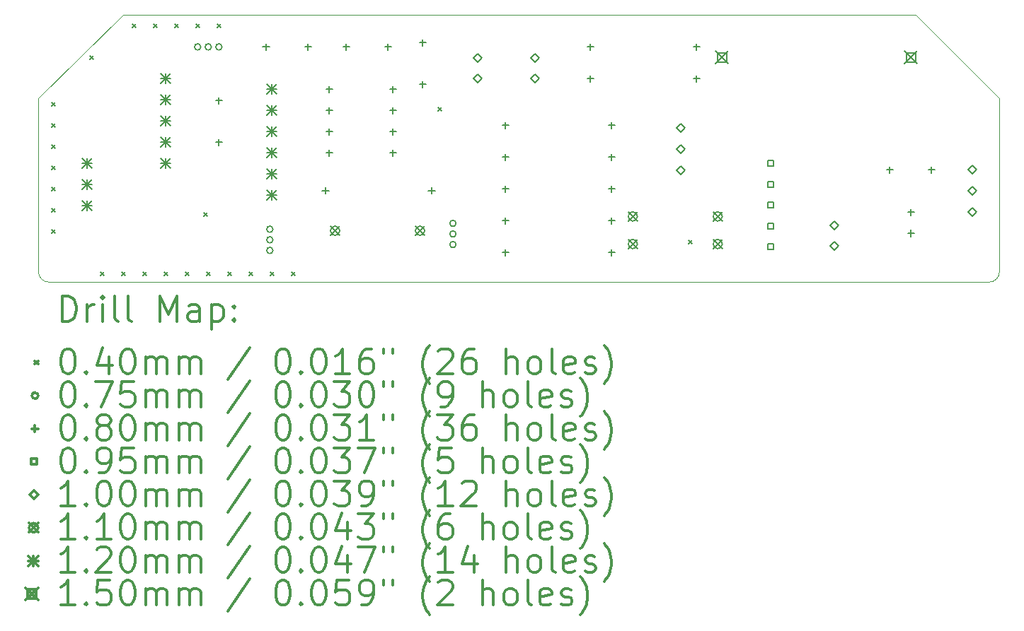
<source format=gbr>
%FSLAX45Y45*%
G04 Gerber Fmt 4.5, Leading zero omitted, Abs format (unit mm)*
G04 Created by KiCad (PCBNEW 5.1.5-1.fc31) date 2020-04-28 16:34:49*
%MOMM*%
%LPD*%
G04 APERTURE LIST*
%TA.AperFunction,Profile*%
%ADD10C,0.050000*%
%TD*%
%ADD11C,0.200000*%
%ADD12C,0.300000*%
G04 APERTURE END LIST*
D10*
X2667000Y-5740400D02*
G75*
G02X2540000Y-5613400I0J127000D01*
G01*
X14038580Y-5613400D02*
G75*
G02X13911580Y-5740400I-127000J0D01*
G01*
X14038580Y-3540000D02*
X13038580Y-2540000D01*
X3556000Y-2540000D02*
X2540000Y-3540000D01*
X2667000Y-5740400D02*
X13911580Y-5740400D01*
X2540000Y-3540000D02*
X2540000Y-5613400D01*
X14038580Y-3540000D02*
X14038580Y-5613400D01*
X3556000Y-2540000D02*
X13038580Y-2540000D01*
D11*
X2697800Y-3586800D02*
X2737800Y-3626800D01*
X2737800Y-3586800D02*
X2697800Y-3626800D01*
X2697800Y-3840800D02*
X2737800Y-3880800D01*
X2737800Y-3840800D02*
X2697800Y-3880800D01*
X2697800Y-4094800D02*
X2737800Y-4134800D01*
X2737800Y-4094800D02*
X2697800Y-4134800D01*
X2697800Y-4348800D02*
X2737800Y-4388800D01*
X2737800Y-4348800D02*
X2697800Y-4388800D01*
X2697800Y-4602800D02*
X2737800Y-4642800D01*
X2737800Y-4602800D02*
X2697800Y-4642800D01*
X2697800Y-4856800D02*
X2737800Y-4896800D01*
X2737800Y-4856800D02*
X2697800Y-4896800D01*
X2697800Y-5110800D02*
X2737800Y-5150800D01*
X2737800Y-5110800D02*
X2697800Y-5150800D01*
X3155000Y-3028000D02*
X3195000Y-3068000D01*
X3195000Y-3028000D02*
X3155000Y-3068000D01*
X3282000Y-5618800D02*
X3322000Y-5658800D01*
X3322000Y-5618800D02*
X3282000Y-5658800D01*
X3536000Y-5618800D02*
X3576000Y-5658800D01*
X3576000Y-5618800D02*
X3536000Y-5658800D01*
X3663000Y-2647000D02*
X3703000Y-2687000D01*
X3703000Y-2647000D02*
X3663000Y-2687000D01*
X3790000Y-5618800D02*
X3830000Y-5658800D01*
X3830000Y-5618800D02*
X3790000Y-5658800D01*
X3917000Y-2647000D02*
X3957000Y-2687000D01*
X3957000Y-2647000D02*
X3917000Y-2687000D01*
X4044000Y-5618800D02*
X4084000Y-5658800D01*
X4084000Y-5618800D02*
X4044000Y-5658800D01*
X4171000Y-2647000D02*
X4211000Y-2687000D01*
X4211000Y-2647000D02*
X4171000Y-2687000D01*
X4298000Y-5618800D02*
X4338000Y-5658800D01*
X4338000Y-5618800D02*
X4298000Y-5658800D01*
X4425000Y-2647000D02*
X4465000Y-2687000D01*
X4465000Y-2647000D02*
X4425000Y-2687000D01*
X4518980Y-4907600D02*
X4558980Y-4947600D01*
X4558980Y-4907600D02*
X4518980Y-4947600D01*
X4552000Y-5618800D02*
X4592000Y-5658800D01*
X4592000Y-5618800D02*
X4552000Y-5658800D01*
X4679000Y-2647000D02*
X4719000Y-2687000D01*
X4719000Y-2647000D02*
X4679000Y-2687000D01*
X4806000Y-5618800D02*
X4846000Y-5658800D01*
X4846000Y-5618800D02*
X4806000Y-5658800D01*
X5060000Y-5618800D02*
X5100000Y-5658800D01*
X5100000Y-5618800D02*
X5060000Y-5658800D01*
X5314000Y-5618800D02*
X5354000Y-5658800D01*
X5354000Y-5618800D02*
X5314000Y-5658800D01*
X5568000Y-5618800D02*
X5608000Y-5658800D01*
X5608000Y-5618800D02*
X5568000Y-5658800D01*
X7320600Y-3650300D02*
X7360600Y-3690300D01*
X7360600Y-3650300D02*
X7320600Y-3690300D01*
X10317800Y-5237800D02*
X10357800Y-5277800D01*
X10357800Y-5237800D02*
X10317800Y-5277800D01*
X5346100Y-5105400D02*
G75*
G03X5346100Y-5105400I-37500J0D01*
G01*
X5346100Y-5232400D02*
G75*
G03X5346100Y-5232400I-37500J0D01*
G01*
X5346100Y-5359400D02*
G75*
G03X5346100Y-5359400I-37500J0D01*
G01*
X7536850Y-5035550D02*
G75*
G03X7536850Y-5035550I-37500J0D01*
G01*
X7536850Y-5162550D02*
G75*
G03X7536850Y-5162550I-37500J0D01*
G01*
X7536850Y-5289550D02*
G75*
G03X7536850Y-5289550I-37500J0D01*
G01*
X4482500Y-2921000D02*
G75*
G03X4482500Y-2921000I-37500J0D01*
G01*
X4609500Y-2921000D02*
G75*
G03X4609500Y-2921000I-37500J0D01*
G01*
X4736500Y-2921000D02*
G75*
G03X4736500Y-2921000I-37500J0D01*
G01*
X8128000Y-4582800D02*
X8128000Y-4662800D01*
X8088000Y-4622800D02*
X8168000Y-4622800D01*
X9398000Y-4582800D02*
X9398000Y-4662800D01*
X9358000Y-4622800D02*
X9438000Y-4622800D01*
X8128000Y-4963800D02*
X8128000Y-5043800D01*
X8088000Y-5003800D02*
X8168000Y-5003800D01*
X9398000Y-4963800D02*
X9398000Y-5043800D01*
X9358000Y-5003800D02*
X9438000Y-5003800D01*
X5265800Y-2881000D02*
X5265800Y-2961000D01*
X5225800Y-2921000D02*
X5305800Y-2921000D01*
X5765800Y-2881000D02*
X5765800Y-2961000D01*
X5725800Y-2921000D02*
X5805800Y-2921000D01*
X5975350Y-4601850D02*
X5975350Y-4681850D01*
X5935350Y-4641850D02*
X6015350Y-4641850D01*
X7245350Y-4601850D02*
X7245350Y-4681850D01*
X7205350Y-4641850D02*
X7285350Y-4641850D01*
X8128000Y-4201800D02*
X8128000Y-4281800D01*
X8088000Y-4241800D02*
X8168000Y-4241800D01*
X9398000Y-4201800D02*
X9398000Y-4281800D01*
X9358000Y-4241800D02*
X9438000Y-4241800D01*
X8128000Y-3820800D02*
X8128000Y-3900800D01*
X8088000Y-3860800D02*
X8168000Y-3860800D01*
X9398000Y-3820800D02*
X9398000Y-3900800D01*
X9358000Y-3860800D02*
X9438000Y-3860800D01*
X4699000Y-3524000D02*
X4699000Y-3604000D01*
X4659000Y-3564000D02*
X4739000Y-3564000D01*
X4699000Y-4024000D02*
X4699000Y-4104000D01*
X4659000Y-4064000D02*
X4739000Y-4064000D01*
X9144000Y-2881000D02*
X9144000Y-2961000D01*
X9104000Y-2921000D02*
X9184000Y-2921000D01*
X10414000Y-2881000D02*
X10414000Y-2961000D01*
X10374000Y-2921000D02*
X10454000Y-2921000D01*
X12979400Y-4862200D02*
X12979400Y-4942200D01*
X12939400Y-4902200D02*
X13019400Y-4902200D01*
X12979400Y-5112200D02*
X12979400Y-5192200D01*
X12939400Y-5152200D02*
X13019400Y-5152200D01*
X8128000Y-5344800D02*
X8128000Y-5424800D01*
X8088000Y-5384800D02*
X8168000Y-5384800D01*
X9398000Y-5344800D02*
X9398000Y-5424800D01*
X9358000Y-5384800D02*
X9438000Y-5384800D01*
X12725400Y-4354200D02*
X12725400Y-4434200D01*
X12685400Y-4394200D02*
X12765400Y-4394200D01*
X13225400Y-4354200D02*
X13225400Y-4434200D01*
X13185400Y-4394200D02*
X13265400Y-4394200D01*
X6019800Y-3389000D02*
X6019800Y-3469000D01*
X5979800Y-3429000D02*
X6059800Y-3429000D01*
X6019800Y-3643000D02*
X6019800Y-3723000D01*
X5979800Y-3683000D02*
X6059800Y-3683000D01*
X6019800Y-3897000D02*
X6019800Y-3977000D01*
X5979800Y-3937000D02*
X6059800Y-3937000D01*
X6019800Y-4151000D02*
X6019800Y-4231000D01*
X5979800Y-4191000D02*
X6059800Y-4191000D01*
X6781800Y-3389000D02*
X6781800Y-3469000D01*
X6741800Y-3429000D02*
X6821800Y-3429000D01*
X6781800Y-3643000D02*
X6781800Y-3723000D01*
X6741800Y-3683000D02*
X6821800Y-3683000D01*
X6781800Y-3897000D02*
X6781800Y-3977000D01*
X6741800Y-3937000D02*
X6821800Y-3937000D01*
X6781800Y-4151000D02*
X6781800Y-4231000D01*
X6741800Y-4191000D02*
X6821800Y-4191000D01*
X7137400Y-2830200D02*
X7137400Y-2910200D01*
X7097400Y-2870200D02*
X7177400Y-2870200D01*
X7137400Y-3330200D02*
X7137400Y-3410200D01*
X7097400Y-3370200D02*
X7177400Y-3370200D01*
X6223000Y-2881000D02*
X6223000Y-2961000D01*
X6183000Y-2921000D02*
X6263000Y-2921000D01*
X6723000Y-2881000D02*
X6723000Y-2961000D01*
X6683000Y-2921000D02*
X6763000Y-2921000D01*
X9144000Y-3262000D02*
X9144000Y-3342000D01*
X9104000Y-3302000D02*
X9184000Y-3302000D01*
X10414000Y-3262000D02*
X10414000Y-3342000D01*
X10374000Y-3302000D02*
X10454000Y-3302000D01*
X11336588Y-4351588D02*
X11336588Y-4284412D01*
X11269412Y-4284412D01*
X11269412Y-4351588D01*
X11336588Y-4351588D01*
X11336588Y-4601588D02*
X11336588Y-4534412D01*
X11269412Y-4534412D01*
X11269412Y-4601588D01*
X11336588Y-4601588D01*
X11336588Y-4851588D02*
X11336588Y-4784412D01*
X11269412Y-4784412D01*
X11269412Y-4851588D01*
X11336588Y-4851588D01*
X11336588Y-5101588D02*
X11336588Y-5034412D01*
X11269412Y-5034412D01*
X11269412Y-5101588D01*
X11336588Y-5101588D01*
X11336588Y-5351588D02*
X11336588Y-5284412D01*
X11269412Y-5284412D01*
X11269412Y-5351588D01*
X11336588Y-5351588D01*
X10223500Y-3942550D02*
X10273500Y-3892550D01*
X10223500Y-3842550D01*
X10173500Y-3892550D01*
X10223500Y-3942550D01*
X10223500Y-4196550D02*
X10273500Y-4146550D01*
X10223500Y-4096550D01*
X10173500Y-4146550D01*
X10223500Y-4196550D01*
X10223500Y-4450550D02*
X10273500Y-4400550D01*
X10223500Y-4350550D01*
X10173500Y-4400550D01*
X10223500Y-4450550D01*
X8483600Y-3102000D02*
X8533600Y-3052000D01*
X8483600Y-3002000D01*
X8433600Y-3052000D01*
X8483600Y-3102000D01*
X8483600Y-3352000D02*
X8533600Y-3302000D01*
X8483600Y-3252000D01*
X8433600Y-3302000D01*
X8483600Y-3352000D01*
X7797800Y-3102000D02*
X7847800Y-3052000D01*
X7797800Y-3002000D01*
X7747800Y-3052000D01*
X7797800Y-3102000D01*
X7797800Y-3352000D02*
X7847800Y-3302000D01*
X7797800Y-3252000D01*
X7747800Y-3302000D01*
X7797800Y-3352000D01*
X13716000Y-4444000D02*
X13766000Y-4394000D01*
X13716000Y-4344000D01*
X13666000Y-4394000D01*
X13716000Y-4444000D01*
X13716000Y-4698000D02*
X13766000Y-4648000D01*
X13716000Y-4598000D01*
X13666000Y-4648000D01*
X13716000Y-4698000D01*
X13716000Y-4952000D02*
X13766000Y-4902000D01*
X13716000Y-4852000D01*
X13666000Y-4902000D01*
X13716000Y-4952000D01*
X12065000Y-5108600D02*
X12115000Y-5058600D01*
X12065000Y-5008600D01*
X12015000Y-5058600D01*
X12065000Y-5108600D01*
X12065000Y-5358600D02*
X12115000Y-5308600D01*
X12065000Y-5258600D01*
X12015000Y-5308600D01*
X12065000Y-5358600D01*
X6034650Y-5069450D02*
X6144650Y-5179450D01*
X6144650Y-5069450D02*
X6034650Y-5179450D01*
X6144650Y-5124450D02*
G75*
G03X6144650Y-5124450I-55000J0D01*
G01*
X7050650Y-5069450D02*
X7160650Y-5179450D01*
X7160650Y-5069450D02*
X7050650Y-5179450D01*
X7160650Y-5124450D02*
G75*
G03X7160650Y-5124450I-55000J0D01*
G01*
X9597000Y-5228200D02*
X9707000Y-5338200D01*
X9707000Y-5228200D02*
X9597000Y-5338200D01*
X9707000Y-5283200D02*
G75*
G03X9707000Y-5283200I-55000J0D01*
G01*
X10613000Y-5228200D02*
X10723000Y-5338200D01*
X10723000Y-5228200D02*
X10613000Y-5338200D01*
X10723000Y-5283200D02*
G75*
G03X10723000Y-5283200I-55000J0D01*
G01*
X9597000Y-4898000D02*
X9707000Y-5008000D01*
X9707000Y-4898000D02*
X9597000Y-5008000D01*
X9707000Y-4953000D02*
G75*
G03X9707000Y-4953000I-55000J0D01*
G01*
X10613000Y-4898000D02*
X10723000Y-5008000D01*
X10723000Y-4898000D02*
X10613000Y-5008000D01*
X10723000Y-4953000D02*
G75*
G03X10723000Y-4953000I-55000J0D01*
G01*
X4004000Y-3242000D02*
X4124000Y-3362000D01*
X4124000Y-3242000D02*
X4004000Y-3362000D01*
X4064000Y-3242000D02*
X4064000Y-3362000D01*
X4004000Y-3302000D02*
X4124000Y-3302000D01*
X4004000Y-3496000D02*
X4124000Y-3616000D01*
X4124000Y-3496000D02*
X4004000Y-3616000D01*
X4064000Y-3496000D02*
X4064000Y-3616000D01*
X4004000Y-3556000D02*
X4124000Y-3556000D01*
X4004000Y-3750000D02*
X4124000Y-3870000D01*
X4124000Y-3750000D02*
X4004000Y-3870000D01*
X4064000Y-3750000D02*
X4064000Y-3870000D01*
X4004000Y-3810000D02*
X4124000Y-3810000D01*
X4004000Y-4004000D02*
X4124000Y-4124000D01*
X4124000Y-4004000D02*
X4004000Y-4124000D01*
X4064000Y-4004000D02*
X4064000Y-4124000D01*
X4004000Y-4064000D02*
X4124000Y-4064000D01*
X4004000Y-4258000D02*
X4124000Y-4378000D01*
X4124000Y-4258000D02*
X4004000Y-4378000D01*
X4064000Y-4258000D02*
X4064000Y-4378000D01*
X4004000Y-4318000D02*
X4124000Y-4318000D01*
X5274000Y-3369000D02*
X5394000Y-3489000D01*
X5394000Y-3369000D02*
X5274000Y-3489000D01*
X5334000Y-3369000D02*
X5334000Y-3489000D01*
X5274000Y-3429000D02*
X5394000Y-3429000D01*
X5274000Y-3623000D02*
X5394000Y-3743000D01*
X5394000Y-3623000D02*
X5274000Y-3743000D01*
X5334000Y-3623000D02*
X5334000Y-3743000D01*
X5274000Y-3683000D02*
X5394000Y-3683000D01*
X5274000Y-3877000D02*
X5394000Y-3997000D01*
X5394000Y-3877000D02*
X5274000Y-3997000D01*
X5334000Y-3877000D02*
X5334000Y-3997000D01*
X5274000Y-3937000D02*
X5394000Y-3937000D01*
X5274000Y-4131000D02*
X5394000Y-4251000D01*
X5394000Y-4131000D02*
X5274000Y-4251000D01*
X5334000Y-4131000D02*
X5334000Y-4251000D01*
X5274000Y-4191000D02*
X5394000Y-4191000D01*
X5274000Y-4385000D02*
X5394000Y-4505000D01*
X5394000Y-4385000D02*
X5274000Y-4505000D01*
X5334000Y-4385000D02*
X5334000Y-4505000D01*
X5274000Y-4445000D02*
X5394000Y-4445000D01*
X5274000Y-4639000D02*
X5394000Y-4759000D01*
X5394000Y-4639000D02*
X5274000Y-4759000D01*
X5334000Y-4639000D02*
X5334000Y-4759000D01*
X5274000Y-4699000D02*
X5394000Y-4699000D01*
X3064200Y-4258000D02*
X3184200Y-4378000D01*
X3184200Y-4258000D02*
X3064200Y-4378000D01*
X3124200Y-4258000D02*
X3124200Y-4378000D01*
X3064200Y-4318000D02*
X3184200Y-4318000D01*
X3064200Y-4512000D02*
X3184200Y-4632000D01*
X3184200Y-4512000D02*
X3064200Y-4632000D01*
X3124200Y-4512000D02*
X3124200Y-4632000D01*
X3064200Y-4572000D02*
X3184200Y-4572000D01*
X3064200Y-4766000D02*
X3184200Y-4886000D01*
X3184200Y-4766000D02*
X3064200Y-4886000D01*
X3124200Y-4766000D02*
X3124200Y-4886000D01*
X3064200Y-4826000D02*
X3184200Y-4826000D01*
X10644400Y-2973000D02*
X10794400Y-3123000D01*
X10794400Y-2973000D02*
X10644400Y-3123000D01*
X10772434Y-3101033D02*
X10772434Y-2994966D01*
X10666367Y-2994966D01*
X10666367Y-3101033D01*
X10772434Y-3101033D01*
X12904400Y-2973000D02*
X13054400Y-3123000D01*
X13054400Y-2973000D02*
X12904400Y-3123000D01*
X13032433Y-3101033D02*
X13032433Y-2994966D01*
X12926366Y-2994966D01*
X12926366Y-3101033D01*
X13032433Y-3101033D01*
D12*
X2823928Y-6208614D02*
X2823928Y-5908614D01*
X2895357Y-5908614D01*
X2938214Y-5922900D01*
X2966786Y-5951471D01*
X2981071Y-5980043D01*
X2995357Y-6037186D01*
X2995357Y-6080043D01*
X2981071Y-6137186D01*
X2966786Y-6165757D01*
X2938214Y-6194329D01*
X2895357Y-6208614D01*
X2823928Y-6208614D01*
X3123928Y-6208614D02*
X3123928Y-6008614D01*
X3123928Y-6065757D02*
X3138214Y-6037186D01*
X3152500Y-6022900D01*
X3181071Y-6008614D01*
X3209643Y-6008614D01*
X3309643Y-6208614D02*
X3309643Y-6008614D01*
X3309643Y-5908614D02*
X3295357Y-5922900D01*
X3309643Y-5937186D01*
X3323928Y-5922900D01*
X3309643Y-5908614D01*
X3309643Y-5937186D01*
X3495357Y-6208614D02*
X3466786Y-6194329D01*
X3452500Y-6165757D01*
X3452500Y-5908614D01*
X3652500Y-6208614D02*
X3623928Y-6194329D01*
X3609643Y-6165757D01*
X3609643Y-5908614D01*
X3995357Y-6208614D02*
X3995357Y-5908614D01*
X4095357Y-6122900D01*
X4195357Y-5908614D01*
X4195357Y-6208614D01*
X4466786Y-6208614D02*
X4466786Y-6051471D01*
X4452500Y-6022900D01*
X4423928Y-6008614D01*
X4366786Y-6008614D01*
X4338214Y-6022900D01*
X4466786Y-6194329D02*
X4438214Y-6208614D01*
X4366786Y-6208614D01*
X4338214Y-6194329D01*
X4323928Y-6165757D01*
X4323928Y-6137186D01*
X4338214Y-6108614D01*
X4366786Y-6094329D01*
X4438214Y-6094329D01*
X4466786Y-6080043D01*
X4609643Y-6008614D02*
X4609643Y-6308614D01*
X4609643Y-6022900D02*
X4638214Y-6008614D01*
X4695357Y-6008614D01*
X4723928Y-6022900D01*
X4738214Y-6037186D01*
X4752500Y-6065757D01*
X4752500Y-6151471D01*
X4738214Y-6180043D01*
X4723928Y-6194329D01*
X4695357Y-6208614D01*
X4638214Y-6208614D01*
X4609643Y-6194329D01*
X4881071Y-6180043D02*
X4895357Y-6194329D01*
X4881071Y-6208614D01*
X4866786Y-6194329D01*
X4881071Y-6180043D01*
X4881071Y-6208614D01*
X4881071Y-6022900D02*
X4895357Y-6037186D01*
X4881071Y-6051471D01*
X4866786Y-6037186D01*
X4881071Y-6022900D01*
X4881071Y-6051471D01*
X2497500Y-6682900D02*
X2537500Y-6722900D01*
X2537500Y-6682900D02*
X2497500Y-6722900D01*
X2881071Y-6538614D02*
X2909643Y-6538614D01*
X2938214Y-6552900D01*
X2952500Y-6567186D01*
X2966786Y-6595757D01*
X2981071Y-6652900D01*
X2981071Y-6724329D01*
X2966786Y-6781471D01*
X2952500Y-6810043D01*
X2938214Y-6824329D01*
X2909643Y-6838614D01*
X2881071Y-6838614D01*
X2852500Y-6824329D01*
X2838214Y-6810043D01*
X2823928Y-6781471D01*
X2809643Y-6724329D01*
X2809643Y-6652900D01*
X2823928Y-6595757D01*
X2838214Y-6567186D01*
X2852500Y-6552900D01*
X2881071Y-6538614D01*
X3109643Y-6810043D02*
X3123928Y-6824329D01*
X3109643Y-6838614D01*
X3095357Y-6824329D01*
X3109643Y-6810043D01*
X3109643Y-6838614D01*
X3381071Y-6638614D02*
X3381071Y-6838614D01*
X3309643Y-6524329D02*
X3238214Y-6738614D01*
X3423928Y-6738614D01*
X3595357Y-6538614D02*
X3623928Y-6538614D01*
X3652500Y-6552900D01*
X3666786Y-6567186D01*
X3681071Y-6595757D01*
X3695357Y-6652900D01*
X3695357Y-6724329D01*
X3681071Y-6781471D01*
X3666786Y-6810043D01*
X3652500Y-6824329D01*
X3623928Y-6838614D01*
X3595357Y-6838614D01*
X3566786Y-6824329D01*
X3552500Y-6810043D01*
X3538214Y-6781471D01*
X3523928Y-6724329D01*
X3523928Y-6652900D01*
X3538214Y-6595757D01*
X3552500Y-6567186D01*
X3566786Y-6552900D01*
X3595357Y-6538614D01*
X3823928Y-6838614D02*
X3823928Y-6638614D01*
X3823928Y-6667186D02*
X3838214Y-6652900D01*
X3866786Y-6638614D01*
X3909643Y-6638614D01*
X3938214Y-6652900D01*
X3952500Y-6681471D01*
X3952500Y-6838614D01*
X3952500Y-6681471D02*
X3966786Y-6652900D01*
X3995357Y-6638614D01*
X4038214Y-6638614D01*
X4066786Y-6652900D01*
X4081071Y-6681471D01*
X4081071Y-6838614D01*
X4223928Y-6838614D02*
X4223928Y-6638614D01*
X4223928Y-6667186D02*
X4238214Y-6652900D01*
X4266786Y-6638614D01*
X4309643Y-6638614D01*
X4338214Y-6652900D01*
X4352500Y-6681471D01*
X4352500Y-6838614D01*
X4352500Y-6681471D02*
X4366786Y-6652900D01*
X4395357Y-6638614D01*
X4438214Y-6638614D01*
X4466786Y-6652900D01*
X4481071Y-6681471D01*
X4481071Y-6838614D01*
X5066786Y-6524329D02*
X4809643Y-6910043D01*
X5452500Y-6538614D02*
X5481071Y-6538614D01*
X5509643Y-6552900D01*
X5523928Y-6567186D01*
X5538214Y-6595757D01*
X5552500Y-6652900D01*
X5552500Y-6724329D01*
X5538214Y-6781471D01*
X5523928Y-6810043D01*
X5509643Y-6824329D01*
X5481071Y-6838614D01*
X5452500Y-6838614D01*
X5423928Y-6824329D01*
X5409643Y-6810043D01*
X5395357Y-6781471D01*
X5381071Y-6724329D01*
X5381071Y-6652900D01*
X5395357Y-6595757D01*
X5409643Y-6567186D01*
X5423928Y-6552900D01*
X5452500Y-6538614D01*
X5681071Y-6810043D02*
X5695357Y-6824329D01*
X5681071Y-6838614D01*
X5666786Y-6824329D01*
X5681071Y-6810043D01*
X5681071Y-6838614D01*
X5881071Y-6538614D02*
X5909643Y-6538614D01*
X5938214Y-6552900D01*
X5952500Y-6567186D01*
X5966786Y-6595757D01*
X5981071Y-6652900D01*
X5981071Y-6724329D01*
X5966786Y-6781471D01*
X5952500Y-6810043D01*
X5938214Y-6824329D01*
X5909643Y-6838614D01*
X5881071Y-6838614D01*
X5852500Y-6824329D01*
X5838214Y-6810043D01*
X5823928Y-6781471D01*
X5809643Y-6724329D01*
X5809643Y-6652900D01*
X5823928Y-6595757D01*
X5838214Y-6567186D01*
X5852500Y-6552900D01*
X5881071Y-6538614D01*
X6266786Y-6838614D02*
X6095357Y-6838614D01*
X6181071Y-6838614D02*
X6181071Y-6538614D01*
X6152500Y-6581471D01*
X6123928Y-6610043D01*
X6095357Y-6624329D01*
X6523928Y-6538614D02*
X6466786Y-6538614D01*
X6438214Y-6552900D01*
X6423928Y-6567186D01*
X6395357Y-6610043D01*
X6381071Y-6667186D01*
X6381071Y-6781471D01*
X6395357Y-6810043D01*
X6409643Y-6824329D01*
X6438214Y-6838614D01*
X6495357Y-6838614D01*
X6523928Y-6824329D01*
X6538214Y-6810043D01*
X6552500Y-6781471D01*
X6552500Y-6710043D01*
X6538214Y-6681471D01*
X6523928Y-6667186D01*
X6495357Y-6652900D01*
X6438214Y-6652900D01*
X6409643Y-6667186D01*
X6395357Y-6681471D01*
X6381071Y-6710043D01*
X6666786Y-6538614D02*
X6666786Y-6595757D01*
X6781071Y-6538614D02*
X6781071Y-6595757D01*
X7223928Y-6952900D02*
X7209643Y-6938614D01*
X7181071Y-6895757D01*
X7166786Y-6867186D01*
X7152500Y-6824329D01*
X7138214Y-6752900D01*
X7138214Y-6695757D01*
X7152500Y-6624329D01*
X7166786Y-6581471D01*
X7181071Y-6552900D01*
X7209643Y-6510043D01*
X7223928Y-6495757D01*
X7323928Y-6567186D02*
X7338214Y-6552900D01*
X7366786Y-6538614D01*
X7438214Y-6538614D01*
X7466786Y-6552900D01*
X7481071Y-6567186D01*
X7495357Y-6595757D01*
X7495357Y-6624329D01*
X7481071Y-6667186D01*
X7309643Y-6838614D01*
X7495357Y-6838614D01*
X7752500Y-6538614D02*
X7695357Y-6538614D01*
X7666786Y-6552900D01*
X7652500Y-6567186D01*
X7623928Y-6610043D01*
X7609643Y-6667186D01*
X7609643Y-6781471D01*
X7623928Y-6810043D01*
X7638214Y-6824329D01*
X7666786Y-6838614D01*
X7723928Y-6838614D01*
X7752500Y-6824329D01*
X7766786Y-6810043D01*
X7781071Y-6781471D01*
X7781071Y-6710043D01*
X7766786Y-6681471D01*
X7752500Y-6667186D01*
X7723928Y-6652900D01*
X7666786Y-6652900D01*
X7638214Y-6667186D01*
X7623928Y-6681471D01*
X7609643Y-6710043D01*
X8138214Y-6838614D02*
X8138214Y-6538614D01*
X8266786Y-6838614D02*
X8266786Y-6681471D01*
X8252500Y-6652900D01*
X8223928Y-6638614D01*
X8181071Y-6638614D01*
X8152500Y-6652900D01*
X8138214Y-6667186D01*
X8452500Y-6838614D02*
X8423928Y-6824329D01*
X8409643Y-6810043D01*
X8395357Y-6781471D01*
X8395357Y-6695757D01*
X8409643Y-6667186D01*
X8423928Y-6652900D01*
X8452500Y-6638614D01*
X8495357Y-6638614D01*
X8523928Y-6652900D01*
X8538214Y-6667186D01*
X8552500Y-6695757D01*
X8552500Y-6781471D01*
X8538214Y-6810043D01*
X8523928Y-6824329D01*
X8495357Y-6838614D01*
X8452500Y-6838614D01*
X8723928Y-6838614D02*
X8695357Y-6824329D01*
X8681071Y-6795757D01*
X8681071Y-6538614D01*
X8952500Y-6824329D02*
X8923928Y-6838614D01*
X8866786Y-6838614D01*
X8838214Y-6824329D01*
X8823928Y-6795757D01*
X8823928Y-6681471D01*
X8838214Y-6652900D01*
X8866786Y-6638614D01*
X8923928Y-6638614D01*
X8952500Y-6652900D01*
X8966786Y-6681471D01*
X8966786Y-6710043D01*
X8823928Y-6738614D01*
X9081071Y-6824329D02*
X9109643Y-6838614D01*
X9166786Y-6838614D01*
X9195357Y-6824329D01*
X9209643Y-6795757D01*
X9209643Y-6781471D01*
X9195357Y-6752900D01*
X9166786Y-6738614D01*
X9123928Y-6738614D01*
X9095357Y-6724329D01*
X9081071Y-6695757D01*
X9081071Y-6681471D01*
X9095357Y-6652900D01*
X9123928Y-6638614D01*
X9166786Y-6638614D01*
X9195357Y-6652900D01*
X9309643Y-6952900D02*
X9323928Y-6938614D01*
X9352500Y-6895757D01*
X9366786Y-6867186D01*
X9381071Y-6824329D01*
X9395357Y-6752900D01*
X9395357Y-6695757D01*
X9381071Y-6624329D01*
X9366786Y-6581471D01*
X9352500Y-6552900D01*
X9323928Y-6510043D01*
X9309643Y-6495757D01*
X2537500Y-7098900D02*
G75*
G03X2537500Y-7098900I-37500J0D01*
G01*
X2881071Y-6934614D02*
X2909643Y-6934614D01*
X2938214Y-6948900D01*
X2952500Y-6963186D01*
X2966786Y-6991757D01*
X2981071Y-7048900D01*
X2981071Y-7120329D01*
X2966786Y-7177471D01*
X2952500Y-7206043D01*
X2938214Y-7220329D01*
X2909643Y-7234614D01*
X2881071Y-7234614D01*
X2852500Y-7220329D01*
X2838214Y-7206043D01*
X2823928Y-7177471D01*
X2809643Y-7120329D01*
X2809643Y-7048900D01*
X2823928Y-6991757D01*
X2838214Y-6963186D01*
X2852500Y-6948900D01*
X2881071Y-6934614D01*
X3109643Y-7206043D02*
X3123928Y-7220329D01*
X3109643Y-7234614D01*
X3095357Y-7220329D01*
X3109643Y-7206043D01*
X3109643Y-7234614D01*
X3223928Y-6934614D02*
X3423928Y-6934614D01*
X3295357Y-7234614D01*
X3681071Y-6934614D02*
X3538214Y-6934614D01*
X3523928Y-7077471D01*
X3538214Y-7063186D01*
X3566786Y-7048900D01*
X3638214Y-7048900D01*
X3666786Y-7063186D01*
X3681071Y-7077471D01*
X3695357Y-7106043D01*
X3695357Y-7177471D01*
X3681071Y-7206043D01*
X3666786Y-7220329D01*
X3638214Y-7234614D01*
X3566786Y-7234614D01*
X3538214Y-7220329D01*
X3523928Y-7206043D01*
X3823928Y-7234614D02*
X3823928Y-7034614D01*
X3823928Y-7063186D02*
X3838214Y-7048900D01*
X3866786Y-7034614D01*
X3909643Y-7034614D01*
X3938214Y-7048900D01*
X3952500Y-7077471D01*
X3952500Y-7234614D01*
X3952500Y-7077471D02*
X3966786Y-7048900D01*
X3995357Y-7034614D01*
X4038214Y-7034614D01*
X4066786Y-7048900D01*
X4081071Y-7077471D01*
X4081071Y-7234614D01*
X4223928Y-7234614D02*
X4223928Y-7034614D01*
X4223928Y-7063186D02*
X4238214Y-7048900D01*
X4266786Y-7034614D01*
X4309643Y-7034614D01*
X4338214Y-7048900D01*
X4352500Y-7077471D01*
X4352500Y-7234614D01*
X4352500Y-7077471D02*
X4366786Y-7048900D01*
X4395357Y-7034614D01*
X4438214Y-7034614D01*
X4466786Y-7048900D01*
X4481071Y-7077471D01*
X4481071Y-7234614D01*
X5066786Y-6920329D02*
X4809643Y-7306043D01*
X5452500Y-6934614D02*
X5481071Y-6934614D01*
X5509643Y-6948900D01*
X5523928Y-6963186D01*
X5538214Y-6991757D01*
X5552500Y-7048900D01*
X5552500Y-7120329D01*
X5538214Y-7177471D01*
X5523928Y-7206043D01*
X5509643Y-7220329D01*
X5481071Y-7234614D01*
X5452500Y-7234614D01*
X5423928Y-7220329D01*
X5409643Y-7206043D01*
X5395357Y-7177471D01*
X5381071Y-7120329D01*
X5381071Y-7048900D01*
X5395357Y-6991757D01*
X5409643Y-6963186D01*
X5423928Y-6948900D01*
X5452500Y-6934614D01*
X5681071Y-7206043D02*
X5695357Y-7220329D01*
X5681071Y-7234614D01*
X5666786Y-7220329D01*
X5681071Y-7206043D01*
X5681071Y-7234614D01*
X5881071Y-6934614D02*
X5909643Y-6934614D01*
X5938214Y-6948900D01*
X5952500Y-6963186D01*
X5966786Y-6991757D01*
X5981071Y-7048900D01*
X5981071Y-7120329D01*
X5966786Y-7177471D01*
X5952500Y-7206043D01*
X5938214Y-7220329D01*
X5909643Y-7234614D01*
X5881071Y-7234614D01*
X5852500Y-7220329D01*
X5838214Y-7206043D01*
X5823928Y-7177471D01*
X5809643Y-7120329D01*
X5809643Y-7048900D01*
X5823928Y-6991757D01*
X5838214Y-6963186D01*
X5852500Y-6948900D01*
X5881071Y-6934614D01*
X6081071Y-6934614D02*
X6266786Y-6934614D01*
X6166786Y-7048900D01*
X6209643Y-7048900D01*
X6238214Y-7063186D01*
X6252500Y-7077471D01*
X6266786Y-7106043D01*
X6266786Y-7177471D01*
X6252500Y-7206043D01*
X6238214Y-7220329D01*
X6209643Y-7234614D01*
X6123928Y-7234614D01*
X6095357Y-7220329D01*
X6081071Y-7206043D01*
X6452500Y-6934614D02*
X6481071Y-6934614D01*
X6509643Y-6948900D01*
X6523928Y-6963186D01*
X6538214Y-6991757D01*
X6552500Y-7048900D01*
X6552500Y-7120329D01*
X6538214Y-7177471D01*
X6523928Y-7206043D01*
X6509643Y-7220329D01*
X6481071Y-7234614D01*
X6452500Y-7234614D01*
X6423928Y-7220329D01*
X6409643Y-7206043D01*
X6395357Y-7177471D01*
X6381071Y-7120329D01*
X6381071Y-7048900D01*
X6395357Y-6991757D01*
X6409643Y-6963186D01*
X6423928Y-6948900D01*
X6452500Y-6934614D01*
X6666786Y-6934614D02*
X6666786Y-6991757D01*
X6781071Y-6934614D02*
X6781071Y-6991757D01*
X7223928Y-7348900D02*
X7209643Y-7334614D01*
X7181071Y-7291757D01*
X7166786Y-7263186D01*
X7152500Y-7220329D01*
X7138214Y-7148900D01*
X7138214Y-7091757D01*
X7152500Y-7020329D01*
X7166786Y-6977471D01*
X7181071Y-6948900D01*
X7209643Y-6906043D01*
X7223928Y-6891757D01*
X7352500Y-7234614D02*
X7409643Y-7234614D01*
X7438214Y-7220329D01*
X7452500Y-7206043D01*
X7481071Y-7163186D01*
X7495357Y-7106043D01*
X7495357Y-6991757D01*
X7481071Y-6963186D01*
X7466786Y-6948900D01*
X7438214Y-6934614D01*
X7381071Y-6934614D01*
X7352500Y-6948900D01*
X7338214Y-6963186D01*
X7323928Y-6991757D01*
X7323928Y-7063186D01*
X7338214Y-7091757D01*
X7352500Y-7106043D01*
X7381071Y-7120329D01*
X7438214Y-7120329D01*
X7466786Y-7106043D01*
X7481071Y-7091757D01*
X7495357Y-7063186D01*
X7852500Y-7234614D02*
X7852500Y-6934614D01*
X7981071Y-7234614D02*
X7981071Y-7077471D01*
X7966786Y-7048900D01*
X7938214Y-7034614D01*
X7895357Y-7034614D01*
X7866786Y-7048900D01*
X7852500Y-7063186D01*
X8166786Y-7234614D02*
X8138214Y-7220329D01*
X8123928Y-7206043D01*
X8109643Y-7177471D01*
X8109643Y-7091757D01*
X8123928Y-7063186D01*
X8138214Y-7048900D01*
X8166786Y-7034614D01*
X8209643Y-7034614D01*
X8238214Y-7048900D01*
X8252500Y-7063186D01*
X8266786Y-7091757D01*
X8266786Y-7177471D01*
X8252500Y-7206043D01*
X8238214Y-7220329D01*
X8209643Y-7234614D01*
X8166786Y-7234614D01*
X8438214Y-7234614D02*
X8409643Y-7220329D01*
X8395357Y-7191757D01*
X8395357Y-6934614D01*
X8666786Y-7220329D02*
X8638214Y-7234614D01*
X8581071Y-7234614D01*
X8552500Y-7220329D01*
X8538214Y-7191757D01*
X8538214Y-7077471D01*
X8552500Y-7048900D01*
X8581071Y-7034614D01*
X8638214Y-7034614D01*
X8666786Y-7048900D01*
X8681071Y-7077471D01*
X8681071Y-7106043D01*
X8538214Y-7134614D01*
X8795357Y-7220329D02*
X8823928Y-7234614D01*
X8881071Y-7234614D01*
X8909643Y-7220329D01*
X8923928Y-7191757D01*
X8923928Y-7177471D01*
X8909643Y-7148900D01*
X8881071Y-7134614D01*
X8838214Y-7134614D01*
X8809643Y-7120329D01*
X8795357Y-7091757D01*
X8795357Y-7077471D01*
X8809643Y-7048900D01*
X8838214Y-7034614D01*
X8881071Y-7034614D01*
X8909643Y-7048900D01*
X9023928Y-7348900D02*
X9038214Y-7334614D01*
X9066786Y-7291757D01*
X9081071Y-7263186D01*
X9095357Y-7220329D01*
X9109643Y-7148900D01*
X9109643Y-7091757D01*
X9095357Y-7020329D01*
X9081071Y-6977471D01*
X9066786Y-6948900D01*
X9038214Y-6906043D01*
X9023928Y-6891757D01*
X2497500Y-7454900D02*
X2497500Y-7534900D01*
X2457500Y-7494900D02*
X2537500Y-7494900D01*
X2881071Y-7330614D02*
X2909643Y-7330614D01*
X2938214Y-7344900D01*
X2952500Y-7359186D01*
X2966786Y-7387757D01*
X2981071Y-7444900D01*
X2981071Y-7516329D01*
X2966786Y-7573471D01*
X2952500Y-7602043D01*
X2938214Y-7616329D01*
X2909643Y-7630614D01*
X2881071Y-7630614D01*
X2852500Y-7616329D01*
X2838214Y-7602043D01*
X2823928Y-7573471D01*
X2809643Y-7516329D01*
X2809643Y-7444900D01*
X2823928Y-7387757D01*
X2838214Y-7359186D01*
X2852500Y-7344900D01*
X2881071Y-7330614D01*
X3109643Y-7602043D02*
X3123928Y-7616329D01*
X3109643Y-7630614D01*
X3095357Y-7616329D01*
X3109643Y-7602043D01*
X3109643Y-7630614D01*
X3295357Y-7459186D02*
X3266786Y-7444900D01*
X3252500Y-7430614D01*
X3238214Y-7402043D01*
X3238214Y-7387757D01*
X3252500Y-7359186D01*
X3266786Y-7344900D01*
X3295357Y-7330614D01*
X3352500Y-7330614D01*
X3381071Y-7344900D01*
X3395357Y-7359186D01*
X3409643Y-7387757D01*
X3409643Y-7402043D01*
X3395357Y-7430614D01*
X3381071Y-7444900D01*
X3352500Y-7459186D01*
X3295357Y-7459186D01*
X3266786Y-7473471D01*
X3252500Y-7487757D01*
X3238214Y-7516329D01*
X3238214Y-7573471D01*
X3252500Y-7602043D01*
X3266786Y-7616329D01*
X3295357Y-7630614D01*
X3352500Y-7630614D01*
X3381071Y-7616329D01*
X3395357Y-7602043D01*
X3409643Y-7573471D01*
X3409643Y-7516329D01*
X3395357Y-7487757D01*
X3381071Y-7473471D01*
X3352500Y-7459186D01*
X3595357Y-7330614D02*
X3623928Y-7330614D01*
X3652500Y-7344900D01*
X3666786Y-7359186D01*
X3681071Y-7387757D01*
X3695357Y-7444900D01*
X3695357Y-7516329D01*
X3681071Y-7573471D01*
X3666786Y-7602043D01*
X3652500Y-7616329D01*
X3623928Y-7630614D01*
X3595357Y-7630614D01*
X3566786Y-7616329D01*
X3552500Y-7602043D01*
X3538214Y-7573471D01*
X3523928Y-7516329D01*
X3523928Y-7444900D01*
X3538214Y-7387757D01*
X3552500Y-7359186D01*
X3566786Y-7344900D01*
X3595357Y-7330614D01*
X3823928Y-7630614D02*
X3823928Y-7430614D01*
X3823928Y-7459186D02*
X3838214Y-7444900D01*
X3866786Y-7430614D01*
X3909643Y-7430614D01*
X3938214Y-7444900D01*
X3952500Y-7473471D01*
X3952500Y-7630614D01*
X3952500Y-7473471D02*
X3966786Y-7444900D01*
X3995357Y-7430614D01*
X4038214Y-7430614D01*
X4066786Y-7444900D01*
X4081071Y-7473471D01*
X4081071Y-7630614D01*
X4223928Y-7630614D02*
X4223928Y-7430614D01*
X4223928Y-7459186D02*
X4238214Y-7444900D01*
X4266786Y-7430614D01*
X4309643Y-7430614D01*
X4338214Y-7444900D01*
X4352500Y-7473471D01*
X4352500Y-7630614D01*
X4352500Y-7473471D02*
X4366786Y-7444900D01*
X4395357Y-7430614D01*
X4438214Y-7430614D01*
X4466786Y-7444900D01*
X4481071Y-7473471D01*
X4481071Y-7630614D01*
X5066786Y-7316329D02*
X4809643Y-7702043D01*
X5452500Y-7330614D02*
X5481071Y-7330614D01*
X5509643Y-7344900D01*
X5523928Y-7359186D01*
X5538214Y-7387757D01*
X5552500Y-7444900D01*
X5552500Y-7516329D01*
X5538214Y-7573471D01*
X5523928Y-7602043D01*
X5509643Y-7616329D01*
X5481071Y-7630614D01*
X5452500Y-7630614D01*
X5423928Y-7616329D01*
X5409643Y-7602043D01*
X5395357Y-7573471D01*
X5381071Y-7516329D01*
X5381071Y-7444900D01*
X5395357Y-7387757D01*
X5409643Y-7359186D01*
X5423928Y-7344900D01*
X5452500Y-7330614D01*
X5681071Y-7602043D02*
X5695357Y-7616329D01*
X5681071Y-7630614D01*
X5666786Y-7616329D01*
X5681071Y-7602043D01*
X5681071Y-7630614D01*
X5881071Y-7330614D02*
X5909643Y-7330614D01*
X5938214Y-7344900D01*
X5952500Y-7359186D01*
X5966786Y-7387757D01*
X5981071Y-7444900D01*
X5981071Y-7516329D01*
X5966786Y-7573471D01*
X5952500Y-7602043D01*
X5938214Y-7616329D01*
X5909643Y-7630614D01*
X5881071Y-7630614D01*
X5852500Y-7616329D01*
X5838214Y-7602043D01*
X5823928Y-7573471D01*
X5809643Y-7516329D01*
X5809643Y-7444900D01*
X5823928Y-7387757D01*
X5838214Y-7359186D01*
X5852500Y-7344900D01*
X5881071Y-7330614D01*
X6081071Y-7330614D02*
X6266786Y-7330614D01*
X6166786Y-7444900D01*
X6209643Y-7444900D01*
X6238214Y-7459186D01*
X6252500Y-7473471D01*
X6266786Y-7502043D01*
X6266786Y-7573471D01*
X6252500Y-7602043D01*
X6238214Y-7616329D01*
X6209643Y-7630614D01*
X6123928Y-7630614D01*
X6095357Y-7616329D01*
X6081071Y-7602043D01*
X6552500Y-7630614D02*
X6381071Y-7630614D01*
X6466786Y-7630614D02*
X6466786Y-7330614D01*
X6438214Y-7373471D01*
X6409643Y-7402043D01*
X6381071Y-7416329D01*
X6666786Y-7330614D02*
X6666786Y-7387757D01*
X6781071Y-7330614D02*
X6781071Y-7387757D01*
X7223928Y-7744900D02*
X7209643Y-7730614D01*
X7181071Y-7687757D01*
X7166786Y-7659186D01*
X7152500Y-7616329D01*
X7138214Y-7544900D01*
X7138214Y-7487757D01*
X7152500Y-7416329D01*
X7166786Y-7373471D01*
X7181071Y-7344900D01*
X7209643Y-7302043D01*
X7223928Y-7287757D01*
X7309643Y-7330614D02*
X7495357Y-7330614D01*
X7395357Y-7444900D01*
X7438214Y-7444900D01*
X7466786Y-7459186D01*
X7481071Y-7473471D01*
X7495357Y-7502043D01*
X7495357Y-7573471D01*
X7481071Y-7602043D01*
X7466786Y-7616329D01*
X7438214Y-7630614D01*
X7352500Y-7630614D01*
X7323928Y-7616329D01*
X7309643Y-7602043D01*
X7752500Y-7330614D02*
X7695357Y-7330614D01*
X7666786Y-7344900D01*
X7652500Y-7359186D01*
X7623928Y-7402043D01*
X7609643Y-7459186D01*
X7609643Y-7573471D01*
X7623928Y-7602043D01*
X7638214Y-7616329D01*
X7666786Y-7630614D01*
X7723928Y-7630614D01*
X7752500Y-7616329D01*
X7766786Y-7602043D01*
X7781071Y-7573471D01*
X7781071Y-7502043D01*
X7766786Y-7473471D01*
X7752500Y-7459186D01*
X7723928Y-7444900D01*
X7666786Y-7444900D01*
X7638214Y-7459186D01*
X7623928Y-7473471D01*
X7609643Y-7502043D01*
X8138214Y-7630614D02*
X8138214Y-7330614D01*
X8266786Y-7630614D02*
X8266786Y-7473471D01*
X8252500Y-7444900D01*
X8223928Y-7430614D01*
X8181071Y-7430614D01*
X8152500Y-7444900D01*
X8138214Y-7459186D01*
X8452500Y-7630614D02*
X8423928Y-7616329D01*
X8409643Y-7602043D01*
X8395357Y-7573471D01*
X8395357Y-7487757D01*
X8409643Y-7459186D01*
X8423928Y-7444900D01*
X8452500Y-7430614D01*
X8495357Y-7430614D01*
X8523928Y-7444900D01*
X8538214Y-7459186D01*
X8552500Y-7487757D01*
X8552500Y-7573471D01*
X8538214Y-7602043D01*
X8523928Y-7616329D01*
X8495357Y-7630614D01*
X8452500Y-7630614D01*
X8723928Y-7630614D02*
X8695357Y-7616329D01*
X8681071Y-7587757D01*
X8681071Y-7330614D01*
X8952500Y-7616329D02*
X8923928Y-7630614D01*
X8866786Y-7630614D01*
X8838214Y-7616329D01*
X8823928Y-7587757D01*
X8823928Y-7473471D01*
X8838214Y-7444900D01*
X8866786Y-7430614D01*
X8923928Y-7430614D01*
X8952500Y-7444900D01*
X8966786Y-7473471D01*
X8966786Y-7502043D01*
X8823928Y-7530614D01*
X9081071Y-7616329D02*
X9109643Y-7630614D01*
X9166786Y-7630614D01*
X9195357Y-7616329D01*
X9209643Y-7587757D01*
X9209643Y-7573471D01*
X9195357Y-7544900D01*
X9166786Y-7530614D01*
X9123928Y-7530614D01*
X9095357Y-7516329D01*
X9081071Y-7487757D01*
X9081071Y-7473471D01*
X9095357Y-7444900D01*
X9123928Y-7430614D01*
X9166786Y-7430614D01*
X9195357Y-7444900D01*
X9309643Y-7744900D02*
X9323928Y-7730614D01*
X9352500Y-7687757D01*
X9366786Y-7659186D01*
X9381071Y-7616329D01*
X9395357Y-7544900D01*
X9395357Y-7487757D01*
X9381071Y-7416329D01*
X9366786Y-7373471D01*
X9352500Y-7344900D01*
X9323928Y-7302043D01*
X9309643Y-7287757D01*
X2523588Y-7924488D02*
X2523588Y-7857312D01*
X2456412Y-7857312D01*
X2456412Y-7924488D01*
X2523588Y-7924488D01*
X2881071Y-7726614D02*
X2909643Y-7726614D01*
X2938214Y-7740900D01*
X2952500Y-7755186D01*
X2966786Y-7783757D01*
X2981071Y-7840900D01*
X2981071Y-7912329D01*
X2966786Y-7969471D01*
X2952500Y-7998043D01*
X2938214Y-8012329D01*
X2909643Y-8026614D01*
X2881071Y-8026614D01*
X2852500Y-8012329D01*
X2838214Y-7998043D01*
X2823928Y-7969471D01*
X2809643Y-7912329D01*
X2809643Y-7840900D01*
X2823928Y-7783757D01*
X2838214Y-7755186D01*
X2852500Y-7740900D01*
X2881071Y-7726614D01*
X3109643Y-7998043D02*
X3123928Y-8012329D01*
X3109643Y-8026614D01*
X3095357Y-8012329D01*
X3109643Y-7998043D01*
X3109643Y-8026614D01*
X3266786Y-8026614D02*
X3323928Y-8026614D01*
X3352500Y-8012329D01*
X3366786Y-7998043D01*
X3395357Y-7955186D01*
X3409643Y-7898043D01*
X3409643Y-7783757D01*
X3395357Y-7755186D01*
X3381071Y-7740900D01*
X3352500Y-7726614D01*
X3295357Y-7726614D01*
X3266786Y-7740900D01*
X3252500Y-7755186D01*
X3238214Y-7783757D01*
X3238214Y-7855186D01*
X3252500Y-7883757D01*
X3266786Y-7898043D01*
X3295357Y-7912329D01*
X3352500Y-7912329D01*
X3381071Y-7898043D01*
X3395357Y-7883757D01*
X3409643Y-7855186D01*
X3681071Y-7726614D02*
X3538214Y-7726614D01*
X3523928Y-7869471D01*
X3538214Y-7855186D01*
X3566786Y-7840900D01*
X3638214Y-7840900D01*
X3666786Y-7855186D01*
X3681071Y-7869471D01*
X3695357Y-7898043D01*
X3695357Y-7969471D01*
X3681071Y-7998043D01*
X3666786Y-8012329D01*
X3638214Y-8026614D01*
X3566786Y-8026614D01*
X3538214Y-8012329D01*
X3523928Y-7998043D01*
X3823928Y-8026614D02*
X3823928Y-7826614D01*
X3823928Y-7855186D02*
X3838214Y-7840900D01*
X3866786Y-7826614D01*
X3909643Y-7826614D01*
X3938214Y-7840900D01*
X3952500Y-7869471D01*
X3952500Y-8026614D01*
X3952500Y-7869471D02*
X3966786Y-7840900D01*
X3995357Y-7826614D01*
X4038214Y-7826614D01*
X4066786Y-7840900D01*
X4081071Y-7869471D01*
X4081071Y-8026614D01*
X4223928Y-8026614D02*
X4223928Y-7826614D01*
X4223928Y-7855186D02*
X4238214Y-7840900D01*
X4266786Y-7826614D01*
X4309643Y-7826614D01*
X4338214Y-7840900D01*
X4352500Y-7869471D01*
X4352500Y-8026614D01*
X4352500Y-7869471D02*
X4366786Y-7840900D01*
X4395357Y-7826614D01*
X4438214Y-7826614D01*
X4466786Y-7840900D01*
X4481071Y-7869471D01*
X4481071Y-8026614D01*
X5066786Y-7712329D02*
X4809643Y-8098043D01*
X5452500Y-7726614D02*
X5481071Y-7726614D01*
X5509643Y-7740900D01*
X5523928Y-7755186D01*
X5538214Y-7783757D01*
X5552500Y-7840900D01*
X5552500Y-7912329D01*
X5538214Y-7969471D01*
X5523928Y-7998043D01*
X5509643Y-8012329D01*
X5481071Y-8026614D01*
X5452500Y-8026614D01*
X5423928Y-8012329D01*
X5409643Y-7998043D01*
X5395357Y-7969471D01*
X5381071Y-7912329D01*
X5381071Y-7840900D01*
X5395357Y-7783757D01*
X5409643Y-7755186D01*
X5423928Y-7740900D01*
X5452500Y-7726614D01*
X5681071Y-7998043D02*
X5695357Y-8012329D01*
X5681071Y-8026614D01*
X5666786Y-8012329D01*
X5681071Y-7998043D01*
X5681071Y-8026614D01*
X5881071Y-7726614D02*
X5909643Y-7726614D01*
X5938214Y-7740900D01*
X5952500Y-7755186D01*
X5966786Y-7783757D01*
X5981071Y-7840900D01*
X5981071Y-7912329D01*
X5966786Y-7969471D01*
X5952500Y-7998043D01*
X5938214Y-8012329D01*
X5909643Y-8026614D01*
X5881071Y-8026614D01*
X5852500Y-8012329D01*
X5838214Y-7998043D01*
X5823928Y-7969471D01*
X5809643Y-7912329D01*
X5809643Y-7840900D01*
X5823928Y-7783757D01*
X5838214Y-7755186D01*
X5852500Y-7740900D01*
X5881071Y-7726614D01*
X6081071Y-7726614D02*
X6266786Y-7726614D01*
X6166786Y-7840900D01*
X6209643Y-7840900D01*
X6238214Y-7855186D01*
X6252500Y-7869471D01*
X6266786Y-7898043D01*
X6266786Y-7969471D01*
X6252500Y-7998043D01*
X6238214Y-8012329D01*
X6209643Y-8026614D01*
X6123928Y-8026614D01*
X6095357Y-8012329D01*
X6081071Y-7998043D01*
X6366786Y-7726614D02*
X6566786Y-7726614D01*
X6438214Y-8026614D01*
X6666786Y-7726614D02*
X6666786Y-7783757D01*
X6781071Y-7726614D02*
X6781071Y-7783757D01*
X7223928Y-8140900D02*
X7209643Y-8126614D01*
X7181071Y-8083757D01*
X7166786Y-8055186D01*
X7152500Y-8012329D01*
X7138214Y-7940900D01*
X7138214Y-7883757D01*
X7152500Y-7812329D01*
X7166786Y-7769471D01*
X7181071Y-7740900D01*
X7209643Y-7698043D01*
X7223928Y-7683757D01*
X7481071Y-7726614D02*
X7338214Y-7726614D01*
X7323928Y-7869471D01*
X7338214Y-7855186D01*
X7366786Y-7840900D01*
X7438214Y-7840900D01*
X7466786Y-7855186D01*
X7481071Y-7869471D01*
X7495357Y-7898043D01*
X7495357Y-7969471D01*
X7481071Y-7998043D01*
X7466786Y-8012329D01*
X7438214Y-8026614D01*
X7366786Y-8026614D01*
X7338214Y-8012329D01*
X7323928Y-7998043D01*
X7852500Y-8026614D02*
X7852500Y-7726614D01*
X7981071Y-8026614D02*
X7981071Y-7869471D01*
X7966786Y-7840900D01*
X7938214Y-7826614D01*
X7895357Y-7826614D01*
X7866786Y-7840900D01*
X7852500Y-7855186D01*
X8166786Y-8026614D02*
X8138214Y-8012329D01*
X8123928Y-7998043D01*
X8109643Y-7969471D01*
X8109643Y-7883757D01*
X8123928Y-7855186D01*
X8138214Y-7840900D01*
X8166786Y-7826614D01*
X8209643Y-7826614D01*
X8238214Y-7840900D01*
X8252500Y-7855186D01*
X8266786Y-7883757D01*
X8266786Y-7969471D01*
X8252500Y-7998043D01*
X8238214Y-8012329D01*
X8209643Y-8026614D01*
X8166786Y-8026614D01*
X8438214Y-8026614D02*
X8409643Y-8012329D01*
X8395357Y-7983757D01*
X8395357Y-7726614D01*
X8666786Y-8012329D02*
X8638214Y-8026614D01*
X8581071Y-8026614D01*
X8552500Y-8012329D01*
X8538214Y-7983757D01*
X8538214Y-7869471D01*
X8552500Y-7840900D01*
X8581071Y-7826614D01*
X8638214Y-7826614D01*
X8666786Y-7840900D01*
X8681071Y-7869471D01*
X8681071Y-7898043D01*
X8538214Y-7926614D01*
X8795357Y-8012329D02*
X8823928Y-8026614D01*
X8881071Y-8026614D01*
X8909643Y-8012329D01*
X8923928Y-7983757D01*
X8923928Y-7969471D01*
X8909643Y-7940900D01*
X8881071Y-7926614D01*
X8838214Y-7926614D01*
X8809643Y-7912329D01*
X8795357Y-7883757D01*
X8795357Y-7869471D01*
X8809643Y-7840900D01*
X8838214Y-7826614D01*
X8881071Y-7826614D01*
X8909643Y-7840900D01*
X9023928Y-8140900D02*
X9038214Y-8126614D01*
X9066786Y-8083757D01*
X9081071Y-8055186D01*
X9095357Y-8012329D01*
X9109643Y-7940900D01*
X9109643Y-7883757D01*
X9095357Y-7812329D01*
X9081071Y-7769471D01*
X9066786Y-7740900D01*
X9038214Y-7698043D01*
X9023928Y-7683757D01*
X2487500Y-8336900D02*
X2537500Y-8286900D01*
X2487500Y-8236900D01*
X2437500Y-8286900D01*
X2487500Y-8336900D01*
X2981071Y-8422614D02*
X2809643Y-8422614D01*
X2895357Y-8422614D02*
X2895357Y-8122614D01*
X2866786Y-8165471D01*
X2838214Y-8194043D01*
X2809643Y-8208329D01*
X3109643Y-8394043D02*
X3123928Y-8408329D01*
X3109643Y-8422614D01*
X3095357Y-8408329D01*
X3109643Y-8394043D01*
X3109643Y-8422614D01*
X3309643Y-8122614D02*
X3338214Y-8122614D01*
X3366786Y-8136900D01*
X3381071Y-8151186D01*
X3395357Y-8179757D01*
X3409643Y-8236900D01*
X3409643Y-8308329D01*
X3395357Y-8365471D01*
X3381071Y-8394043D01*
X3366786Y-8408329D01*
X3338214Y-8422614D01*
X3309643Y-8422614D01*
X3281071Y-8408329D01*
X3266786Y-8394043D01*
X3252500Y-8365471D01*
X3238214Y-8308329D01*
X3238214Y-8236900D01*
X3252500Y-8179757D01*
X3266786Y-8151186D01*
X3281071Y-8136900D01*
X3309643Y-8122614D01*
X3595357Y-8122614D02*
X3623928Y-8122614D01*
X3652500Y-8136900D01*
X3666786Y-8151186D01*
X3681071Y-8179757D01*
X3695357Y-8236900D01*
X3695357Y-8308329D01*
X3681071Y-8365471D01*
X3666786Y-8394043D01*
X3652500Y-8408329D01*
X3623928Y-8422614D01*
X3595357Y-8422614D01*
X3566786Y-8408329D01*
X3552500Y-8394043D01*
X3538214Y-8365471D01*
X3523928Y-8308329D01*
X3523928Y-8236900D01*
X3538214Y-8179757D01*
X3552500Y-8151186D01*
X3566786Y-8136900D01*
X3595357Y-8122614D01*
X3823928Y-8422614D02*
X3823928Y-8222614D01*
X3823928Y-8251186D02*
X3838214Y-8236900D01*
X3866786Y-8222614D01*
X3909643Y-8222614D01*
X3938214Y-8236900D01*
X3952500Y-8265471D01*
X3952500Y-8422614D01*
X3952500Y-8265471D02*
X3966786Y-8236900D01*
X3995357Y-8222614D01*
X4038214Y-8222614D01*
X4066786Y-8236900D01*
X4081071Y-8265471D01*
X4081071Y-8422614D01*
X4223928Y-8422614D02*
X4223928Y-8222614D01*
X4223928Y-8251186D02*
X4238214Y-8236900D01*
X4266786Y-8222614D01*
X4309643Y-8222614D01*
X4338214Y-8236900D01*
X4352500Y-8265471D01*
X4352500Y-8422614D01*
X4352500Y-8265471D02*
X4366786Y-8236900D01*
X4395357Y-8222614D01*
X4438214Y-8222614D01*
X4466786Y-8236900D01*
X4481071Y-8265471D01*
X4481071Y-8422614D01*
X5066786Y-8108329D02*
X4809643Y-8494043D01*
X5452500Y-8122614D02*
X5481071Y-8122614D01*
X5509643Y-8136900D01*
X5523928Y-8151186D01*
X5538214Y-8179757D01*
X5552500Y-8236900D01*
X5552500Y-8308329D01*
X5538214Y-8365471D01*
X5523928Y-8394043D01*
X5509643Y-8408329D01*
X5481071Y-8422614D01*
X5452500Y-8422614D01*
X5423928Y-8408329D01*
X5409643Y-8394043D01*
X5395357Y-8365471D01*
X5381071Y-8308329D01*
X5381071Y-8236900D01*
X5395357Y-8179757D01*
X5409643Y-8151186D01*
X5423928Y-8136900D01*
X5452500Y-8122614D01*
X5681071Y-8394043D02*
X5695357Y-8408329D01*
X5681071Y-8422614D01*
X5666786Y-8408329D01*
X5681071Y-8394043D01*
X5681071Y-8422614D01*
X5881071Y-8122614D02*
X5909643Y-8122614D01*
X5938214Y-8136900D01*
X5952500Y-8151186D01*
X5966786Y-8179757D01*
X5981071Y-8236900D01*
X5981071Y-8308329D01*
X5966786Y-8365471D01*
X5952500Y-8394043D01*
X5938214Y-8408329D01*
X5909643Y-8422614D01*
X5881071Y-8422614D01*
X5852500Y-8408329D01*
X5838214Y-8394043D01*
X5823928Y-8365471D01*
X5809643Y-8308329D01*
X5809643Y-8236900D01*
X5823928Y-8179757D01*
X5838214Y-8151186D01*
X5852500Y-8136900D01*
X5881071Y-8122614D01*
X6081071Y-8122614D02*
X6266786Y-8122614D01*
X6166786Y-8236900D01*
X6209643Y-8236900D01*
X6238214Y-8251186D01*
X6252500Y-8265471D01*
X6266786Y-8294043D01*
X6266786Y-8365471D01*
X6252500Y-8394043D01*
X6238214Y-8408329D01*
X6209643Y-8422614D01*
X6123928Y-8422614D01*
X6095357Y-8408329D01*
X6081071Y-8394043D01*
X6409643Y-8422614D02*
X6466786Y-8422614D01*
X6495357Y-8408329D01*
X6509643Y-8394043D01*
X6538214Y-8351186D01*
X6552500Y-8294043D01*
X6552500Y-8179757D01*
X6538214Y-8151186D01*
X6523928Y-8136900D01*
X6495357Y-8122614D01*
X6438214Y-8122614D01*
X6409643Y-8136900D01*
X6395357Y-8151186D01*
X6381071Y-8179757D01*
X6381071Y-8251186D01*
X6395357Y-8279757D01*
X6409643Y-8294043D01*
X6438214Y-8308329D01*
X6495357Y-8308329D01*
X6523928Y-8294043D01*
X6538214Y-8279757D01*
X6552500Y-8251186D01*
X6666786Y-8122614D02*
X6666786Y-8179757D01*
X6781071Y-8122614D02*
X6781071Y-8179757D01*
X7223928Y-8536900D02*
X7209643Y-8522614D01*
X7181071Y-8479757D01*
X7166786Y-8451186D01*
X7152500Y-8408329D01*
X7138214Y-8336900D01*
X7138214Y-8279757D01*
X7152500Y-8208329D01*
X7166786Y-8165471D01*
X7181071Y-8136900D01*
X7209643Y-8094043D01*
X7223928Y-8079757D01*
X7495357Y-8422614D02*
X7323928Y-8422614D01*
X7409643Y-8422614D02*
X7409643Y-8122614D01*
X7381071Y-8165471D01*
X7352500Y-8194043D01*
X7323928Y-8208329D01*
X7609643Y-8151186D02*
X7623928Y-8136900D01*
X7652500Y-8122614D01*
X7723928Y-8122614D01*
X7752500Y-8136900D01*
X7766786Y-8151186D01*
X7781071Y-8179757D01*
X7781071Y-8208329D01*
X7766786Y-8251186D01*
X7595357Y-8422614D01*
X7781071Y-8422614D01*
X8138214Y-8422614D02*
X8138214Y-8122614D01*
X8266786Y-8422614D02*
X8266786Y-8265471D01*
X8252500Y-8236900D01*
X8223928Y-8222614D01*
X8181071Y-8222614D01*
X8152500Y-8236900D01*
X8138214Y-8251186D01*
X8452500Y-8422614D02*
X8423928Y-8408329D01*
X8409643Y-8394043D01*
X8395357Y-8365471D01*
X8395357Y-8279757D01*
X8409643Y-8251186D01*
X8423928Y-8236900D01*
X8452500Y-8222614D01*
X8495357Y-8222614D01*
X8523928Y-8236900D01*
X8538214Y-8251186D01*
X8552500Y-8279757D01*
X8552500Y-8365471D01*
X8538214Y-8394043D01*
X8523928Y-8408329D01*
X8495357Y-8422614D01*
X8452500Y-8422614D01*
X8723928Y-8422614D02*
X8695357Y-8408329D01*
X8681071Y-8379757D01*
X8681071Y-8122614D01*
X8952500Y-8408329D02*
X8923928Y-8422614D01*
X8866786Y-8422614D01*
X8838214Y-8408329D01*
X8823928Y-8379757D01*
X8823928Y-8265471D01*
X8838214Y-8236900D01*
X8866786Y-8222614D01*
X8923928Y-8222614D01*
X8952500Y-8236900D01*
X8966786Y-8265471D01*
X8966786Y-8294043D01*
X8823928Y-8322614D01*
X9081071Y-8408329D02*
X9109643Y-8422614D01*
X9166786Y-8422614D01*
X9195357Y-8408329D01*
X9209643Y-8379757D01*
X9209643Y-8365471D01*
X9195357Y-8336900D01*
X9166786Y-8322614D01*
X9123928Y-8322614D01*
X9095357Y-8308329D01*
X9081071Y-8279757D01*
X9081071Y-8265471D01*
X9095357Y-8236900D01*
X9123928Y-8222614D01*
X9166786Y-8222614D01*
X9195357Y-8236900D01*
X9309643Y-8536900D02*
X9323928Y-8522614D01*
X9352500Y-8479757D01*
X9366786Y-8451186D01*
X9381071Y-8408329D01*
X9395357Y-8336900D01*
X9395357Y-8279757D01*
X9381071Y-8208329D01*
X9366786Y-8165471D01*
X9352500Y-8136900D01*
X9323928Y-8094043D01*
X9309643Y-8079757D01*
X2427500Y-8627900D02*
X2537500Y-8737900D01*
X2537500Y-8627900D02*
X2427500Y-8737900D01*
X2537500Y-8682900D02*
G75*
G03X2537500Y-8682900I-55000J0D01*
G01*
X2981071Y-8818614D02*
X2809643Y-8818614D01*
X2895357Y-8818614D02*
X2895357Y-8518614D01*
X2866786Y-8561472D01*
X2838214Y-8590043D01*
X2809643Y-8604329D01*
X3109643Y-8790043D02*
X3123928Y-8804329D01*
X3109643Y-8818614D01*
X3095357Y-8804329D01*
X3109643Y-8790043D01*
X3109643Y-8818614D01*
X3409643Y-8818614D02*
X3238214Y-8818614D01*
X3323928Y-8818614D02*
X3323928Y-8518614D01*
X3295357Y-8561472D01*
X3266786Y-8590043D01*
X3238214Y-8604329D01*
X3595357Y-8518614D02*
X3623928Y-8518614D01*
X3652500Y-8532900D01*
X3666786Y-8547186D01*
X3681071Y-8575757D01*
X3695357Y-8632900D01*
X3695357Y-8704329D01*
X3681071Y-8761472D01*
X3666786Y-8790043D01*
X3652500Y-8804329D01*
X3623928Y-8818614D01*
X3595357Y-8818614D01*
X3566786Y-8804329D01*
X3552500Y-8790043D01*
X3538214Y-8761472D01*
X3523928Y-8704329D01*
X3523928Y-8632900D01*
X3538214Y-8575757D01*
X3552500Y-8547186D01*
X3566786Y-8532900D01*
X3595357Y-8518614D01*
X3823928Y-8818614D02*
X3823928Y-8618614D01*
X3823928Y-8647186D02*
X3838214Y-8632900D01*
X3866786Y-8618614D01*
X3909643Y-8618614D01*
X3938214Y-8632900D01*
X3952500Y-8661472D01*
X3952500Y-8818614D01*
X3952500Y-8661472D02*
X3966786Y-8632900D01*
X3995357Y-8618614D01*
X4038214Y-8618614D01*
X4066786Y-8632900D01*
X4081071Y-8661472D01*
X4081071Y-8818614D01*
X4223928Y-8818614D02*
X4223928Y-8618614D01*
X4223928Y-8647186D02*
X4238214Y-8632900D01*
X4266786Y-8618614D01*
X4309643Y-8618614D01*
X4338214Y-8632900D01*
X4352500Y-8661472D01*
X4352500Y-8818614D01*
X4352500Y-8661472D02*
X4366786Y-8632900D01*
X4395357Y-8618614D01*
X4438214Y-8618614D01*
X4466786Y-8632900D01*
X4481071Y-8661472D01*
X4481071Y-8818614D01*
X5066786Y-8504329D02*
X4809643Y-8890043D01*
X5452500Y-8518614D02*
X5481071Y-8518614D01*
X5509643Y-8532900D01*
X5523928Y-8547186D01*
X5538214Y-8575757D01*
X5552500Y-8632900D01*
X5552500Y-8704329D01*
X5538214Y-8761472D01*
X5523928Y-8790043D01*
X5509643Y-8804329D01*
X5481071Y-8818614D01*
X5452500Y-8818614D01*
X5423928Y-8804329D01*
X5409643Y-8790043D01*
X5395357Y-8761472D01*
X5381071Y-8704329D01*
X5381071Y-8632900D01*
X5395357Y-8575757D01*
X5409643Y-8547186D01*
X5423928Y-8532900D01*
X5452500Y-8518614D01*
X5681071Y-8790043D02*
X5695357Y-8804329D01*
X5681071Y-8818614D01*
X5666786Y-8804329D01*
X5681071Y-8790043D01*
X5681071Y-8818614D01*
X5881071Y-8518614D02*
X5909643Y-8518614D01*
X5938214Y-8532900D01*
X5952500Y-8547186D01*
X5966786Y-8575757D01*
X5981071Y-8632900D01*
X5981071Y-8704329D01*
X5966786Y-8761472D01*
X5952500Y-8790043D01*
X5938214Y-8804329D01*
X5909643Y-8818614D01*
X5881071Y-8818614D01*
X5852500Y-8804329D01*
X5838214Y-8790043D01*
X5823928Y-8761472D01*
X5809643Y-8704329D01*
X5809643Y-8632900D01*
X5823928Y-8575757D01*
X5838214Y-8547186D01*
X5852500Y-8532900D01*
X5881071Y-8518614D01*
X6238214Y-8618614D02*
X6238214Y-8818614D01*
X6166786Y-8504329D02*
X6095357Y-8718614D01*
X6281071Y-8718614D01*
X6366786Y-8518614D02*
X6552500Y-8518614D01*
X6452500Y-8632900D01*
X6495357Y-8632900D01*
X6523928Y-8647186D01*
X6538214Y-8661472D01*
X6552500Y-8690043D01*
X6552500Y-8761472D01*
X6538214Y-8790043D01*
X6523928Y-8804329D01*
X6495357Y-8818614D01*
X6409643Y-8818614D01*
X6381071Y-8804329D01*
X6366786Y-8790043D01*
X6666786Y-8518614D02*
X6666786Y-8575757D01*
X6781071Y-8518614D02*
X6781071Y-8575757D01*
X7223928Y-8932900D02*
X7209643Y-8918614D01*
X7181071Y-8875757D01*
X7166786Y-8847186D01*
X7152500Y-8804329D01*
X7138214Y-8732900D01*
X7138214Y-8675757D01*
X7152500Y-8604329D01*
X7166786Y-8561472D01*
X7181071Y-8532900D01*
X7209643Y-8490043D01*
X7223928Y-8475757D01*
X7466786Y-8518614D02*
X7409643Y-8518614D01*
X7381071Y-8532900D01*
X7366786Y-8547186D01*
X7338214Y-8590043D01*
X7323928Y-8647186D01*
X7323928Y-8761472D01*
X7338214Y-8790043D01*
X7352500Y-8804329D01*
X7381071Y-8818614D01*
X7438214Y-8818614D01*
X7466786Y-8804329D01*
X7481071Y-8790043D01*
X7495357Y-8761472D01*
X7495357Y-8690043D01*
X7481071Y-8661472D01*
X7466786Y-8647186D01*
X7438214Y-8632900D01*
X7381071Y-8632900D01*
X7352500Y-8647186D01*
X7338214Y-8661472D01*
X7323928Y-8690043D01*
X7852500Y-8818614D02*
X7852500Y-8518614D01*
X7981071Y-8818614D02*
X7981071Y-8661472D01*
X7966786Y-8632900D01*
X7938214Y-8618614D01*
X7895357Y-8618614D01*
X7866786Y-8632900D01*
X7852500Y-8647186D01*
X8166786Y-8818614D02*
X8138214Y-8804329D01*
X8123928Y-8790043D01*
X8109643Y-8761472D01*
X8109643Y-8675757D01*
X8123928Y-8647186D01*
X8138214Y-8632900D01*
X8166786Y-8618614D01*
X8209643Y-8618614D01*
X8238214Y-8632900D01*
X8252500Y-8647186D01*
X8266786Y-8675757D01*
X8266786Y-8761472D01*
X8252500Y-8790043D01*
X8238214Y-8804329D01*
X8209643Y-8818614D01*
X8166786Y-8818614D01*
X8438214Y-8818614D02*
X8409643Y-8804329D01*
X8395357Y-8775757D01*
X8395357Y-8518614D01*
X8666786Y-8804329D02*
X8638214Y-8818614D01*
X8581071Y-8818614D01*
X8552500Y-8804329D01*
X8538214Y-8775757D01*
X8538214Y-8661472D01*
X8552500Y-8632900D01*
X8581071Y-8618614D01*
X8638214Y-8618614D01*
X8666786Y-8632900D01*
X8681071Y-8661472D01*
X8681071Y-8690043D01*
X8538214Y-8718614D01*
X8795357Y-8804329D02*
X8823928Y-8818614D01*
X8881071Y-8818614D01*
X8909643Y-8804329D01*
X8923928Y-8775757D01*
X8923928Y-8761472D01*
X8909643Y-8732900D01*
X8881071Y-8718614D01*
X8838214Y-8718614D01*
X8809643Y-8704329D01*
X8795357Y-8675757D01*
X8795357Y-8661472D01*
X8809643Y-8632900D01*
X8838214Y-8618614D01*
X8881071Y-8618614D01*
X8909643Y-8632900D01*
X9023928Y-8932900D02*
X9038214Y-8918614D01*
X9066786Y-8875757D01*
X9081071Y-8847186D01*
X9095357Y-8804329D01*
X9109643Y-8732900D01*
X9109643Y-8675757D01*
X9095357Y-8604329D01*
X9081071Y-8561472D01*
X9066786Y-8532900D01*
X9038214Y-8490043D01*
X9023928Y-8475757D01*
X2417500Y-9018900D02*
X2537500Y-9138900D01*
X2537500Y-9018900D02*
X2417500Y-9138900D01*
X2477500Y-9018900D02*
X2477500Y-9138900D01*
X2417500Y-9078900D02*
X2537500Y-9078900D01*
X2981071Y-9214614D02*
X2809643Y-9214614D01*
X2895357Y-9214614D02*
X2895357Y-8914614D01*
X2866786Y-8957472D01*
X2838214Y-8986043D01*
X2809643Y-9000329D01*
X3109643Y-9186043D02*
X3123928Y-9200329D01*
X3109643Y-9214614D01*
X3095357Y-9200329D01*
X3109643Y-9186043D01*
X3109643Y-9214614D01*
X3238214Y-8943186D02*
X3252500Y-8928900D01*
X3281071Y-8914614D01*
X3352500Y-8914614D01*
X3381071Y-8928900D01*
X3395357Y-8943186D01*
X3409643Y-8971757D01*
X3409643Y-9000329D01*
X3395357Y-9043186D01*
X3223928Y-9214614D01*
X3409643Y-9214614D01*
X3595357Y-8914614D02*
X3623928Y-8914614D01*
X3652500Y-8928900D01*
X3666786Y-8943186D01*
X3681071Y-8971757D01*
X3695357Y-9028900D01*
X3695357Y-9100329D01*
X3681071Y-9157472D01*
X3666786Y-9186043D01*
X3652500Y-9200329D01*
X3623928Y-9214614D01*
X3595357Y-9214614D01*
X3566786Y-9200329D01*
X3552500Y-9186043D01*
X3538214Y-9157472D01*
X3523928Y-9100329D01*
X3523928Y-9028900D01*
X3538214Y-8971757D01*
X3552500Y-8943186D01*
X3566786Y-8928900D01*
X3595357Y-8914614D01*
X3823928Y-9214614D02*
X3823928Y-9014614D01*
X3823928Y-9043186D02*
X3838214Y-9028900D01*
X3866786Y-9014614D01*
X3909643Y-9014614D01*
X3938214Y-9028900D01*
X3952500Y-9057472D01*
X3952500Y-9214614D01*
X3952500Y-9057472D02*
X3966786Y-9028900D01*
X3995357Y-9014614D01*
X4038214Y-9014614D01*
X4066786Y-9028900D01*
X4081071Y-9057472D01*
X4081071Y-9214614D01*
X4223928Y-9214614D02*
X4223928Y-9014614D01*
X4223928Y-9043186D02*
X4238214Y-9028900D01*
X4266786Y-9014614D01*
X4309643Y-9014614D01*
X4338214Y-9028900D01*
X4352500Y-9057472D01*
X4352500Y-9214614D01*
X4352500Y-9057472D02*
X4366786Y-9028900D01*
X4395357Y-9014614D01*
X4438214Y-9014614D01*
X4466786Y-9028900D01*
X4481071Y-9057472D01*
X4481071Y-9214614D01*
X5066786Y-8900329D02*
X4809643Y-9286043D01*
X5452500Y-8914614D02*
X5481071Y-8914614D01*
X5509643Y-8928900D01*
X5523928Y-8943186D01*
X5538214Y-8971757D01*
X5552500Y-9028900D01*
X5552500Y-9100329D01*
X5538214Y-9157472D01*
X5523928Y-9186043D01*
X5509643Y-9200329D01*
X5481071Y-9214614D01*
X5452500Y-9214614D01*
X5423928Y-9200329D01*
X5409643Y-9186043D01*
X5395357Y-9157472D01*
X5381071Y-9100329D01*
X5381071Y-9028900D01*
X5395357Y-8971757D01*
X5409643Y-8943186D01*
X5423928Y-8928900D01*
X5452500Y-8914614D01*
X5681071Y-9186043D02*
X5695357Y-9200329D01*
X5681071Y-9214614D01*
X5666786Y-9200329D01*
X5681071Y-9186043D01*
X5681071Y-9214614D01*
X5881071Y-8914614D02*
X5909643Y-8914614D01*
X5938214Y-8928900D01*
X5952500Y-8943186D01*
X5966786Y-8971757D01*
X5981071Y-9028900D01*
X5981071Y-9100329D01*
X5966786Y-9157472D01*
X5952500Y-9186043D01*
X5938214Y-9200329D01*
X5909643Y-9214614D01*
X5881071Y-9214614D01*
X5852500Y-9200329D01*
X5838214Y-9186043D01*
X5823928Y-9157472D01*
X5809643Y-9100329D01*
X5809643Y-9028900D01*
X5823928Y-8971757D01*
X5838214Y-8943186D01*
X5852500Y-8928900D01*
X5881071Y-8914614D01*
X6238214Y-9014614D02*
X6238214Y-9214614D01*
X6166786Y-8900329D02*
X6095357Y-9114614D01*
X6281071Y-9114614D01*
X6366786Y-8914614D02*
X6566786Y-8914614D01*
X6438214Y-9214614D01*
X6666786Y-8914614D02*
X6666786Y-8971757D01*
X6781071Y-8914614D02*
X6781071Y-8971757D01*
X7223928Y-9328900D02*
X7209643Y-9314614D01*
X7181071Y-9271757D01*
X7166786Y-9243186D01*
X7152500Y-9200329D01*
X7138214Y-9128900D01*
X7138214Y-9071757D01*
X7152500Y-9000329D01*
X7166786Y-8957472D01*
X7181071Y-8928900D01*
X7209643Y-8886043D01*
X7223928Y-8871757D01*
X7495357Y-9214614D02*
X7323928Y-9214614D01*
X7409643Y-9214614D02*
X7409643Y-8914614D01*
X7381071Y-8957472D01*
X7352500Y-8986043D01*
X7323928Y-9000329D01*
X7752500Y-9014614D02*
X7752500Y-9214614D01*
X7681071Y-8900329D02*
X7609643Y-9114614D01*
X7795357Y-9114614D01*
X8138214Y-9214614D02*
X8138214Y-8914614D01*
X8266786Y-9214614D02*
X8266786Y-9057472D01*
X8252500Y-9028900D01*
X8223928Y-9014614D01*
X8181071Y-9014614D01*
X8152500Y-9028900D01*
X8138214Y-9043186D01*
X8452500Y-9214614D02*
X8423928Y-9200329D01*
X8409643Y-9186043D01*
X8395357Y-9157472D01*
X8395357Y-9071757D01*
X8409643Y-9043186D01*
X8423928Y-9028900D01*
X8452500Y-9014614D01*
X8495357Y-9014614D01*
X8523928Y-9028900D01*
X8538214Y-9043186D01*
X8552500Y-9071757D01*
X8552500Y-9157472D01*
X8538214Y-9186043D01*
X8523928Y-9200329D01*
X8495357Y-9214614D01*
X8452500Y-9214614D01*
X8723928Y-9214614D02*
X8695357Y-9200329D01*
X8681071Y-9171757D01*
X8681071Y-8914614D01*
X8952500Y-9200329D02*
X8923928Y-9214614D01*
X8866786Y-9214614D01*
X8838214Y-9200329D01*
X8823928Y-9171757D01*
X8823928Y-9057472D01*
X8838214Y-9028900D01*
X8866786Y-9014614D01*
X8923928Y-9014614D01*
X8952500Y-9028900D01*
X8966786Y-9057472D01*
X8966786Y-9086043D01*
X8823928Y-9114614D01*
X9081071Y-9200329D02*
X9109643Y-9214614D01*
X9166786Y-9214614D01*
X9195357Y-9200329D01*
X9209643Y-9171757D01*
X9209643Y-9157472D01*
X9195357Y-9128900D01*
X9166786Y-9114614D01*
X9123928Y-9114614D01*
X9095357Y-9100329D01*
X9081071Y-9071757D01*
X9081071Y-9057472D01*
X9095357Y-9028900D01*
X9123928Y-9014614D01*
X9166786Y-9014614D01*
X9195357Y-9028900D01*
X9309643Y-9328900D02*
X9323928Y-9314614D01*
X9352500Y-9271757D01*
X9366786Y-9243186D01*
X9381071Y-9200329D01*
X9395357Y-9128900D01*
X9395357Y-9071757D01*
X9381071Y-9000329D01*
X9366786Y-8957472D01*
X9352500Y-8928900D01*
X9323928Y-8886043D01*
X9309643Y-8871757D01*
X2387500Y-9399900D02*
X2537500Y-9549900D01*
X2537500Y-9399900D02*
X2387500Y-9549900D01*
X2515533Y-9527934D02*
X2515533Y-9421867D01*
X2409466Y-9421867D01*
X2409466Y-9527934D01*
X2515533Y-9527934D01*
X2981071Y-9610614D02*
X2809643Y-9610614D01*
X2895357Y-9610614D02*
X2895357Y-9310614D01*
X2866786Y-9353472D01*
X2838214Y-9382043D01*
X2809643Y-9396329D01*
X3109643Y-9582043D02*
X3123928Y-9596329D01*
X3109643Y-9610614D01*
X3095357Y-9596329D01*
X3109643Y-9582043D01*
X3109643Y-9610614D01*
X3395357Y-9310614D02*
X3252500Y-9310614D01*
X3238214Y-9453472D01*
X3252500Y-9439186D01*
X3281071Y-9424900D01*
X3352500Y-9424900D01*
X3381071Y-9439186D01*
X3395357Y-9453472D01*
X3409643Y-9482043D01*
X3409643Y-9553472D01*
X3395357Y-9582043D01*
X3381071Y-9596329D01*
X3352500Y-9610614D01*
X3281071Y-9610614D01*
X3252500Y-9596329D01*
X3238214Y-9582043D01*
X3595357Y-9310614D02*
X3623928Y-9310614D01*
X3652500Y-9324900D01*
X3666786Y-9339186D01*
X3681071Y-9367757D01*
X3695357Y-9424900D01*
X3695357Y-9496329D01*
X3681071Y-9553472D01*
X3666786Y-9582043D01*
X3652500Y-9596329D01*
X3623928Y-9610614D01*
X3595357Y-9610614D01*
X3566786Y-9596329D01*
X3552500Y-9582043D01*
X3538214Y-9553472D01*
X3523928Y-9496329D01*
X3523928Y-9424900D01*
X3538214Y-9367757D01*
X3552500Y-9339186D01*
X3566786Y-9324900D01*
X3595357Y-9310614D01*
X3823928Y-9610614D02*
X3823928Y-9410614D01*
X3823928Y-9439186D02*
X3838214Y-9424900D01*
X3866786Y-9410614D01*
X3909643Y-9410614D01*
X3938214Y-9424900D01*
X3952500Y-9453472D01*
X3952500Y-9610614D01*
X3952500Y-9453472D02*
X3966786Y-9424900D01*
X3995357Y-9410614D01*
X4038214Y-9410614D01*
X4066786Y-9424900D01*
X4081071Y-9453472D01*
X4081071Y-9610614D01*
X4223928Y-9610614D02*
X4223928Y-9410614D01*
X4223928Y-9439186D02*
X4238214Y-9424900D01*
X4266786Y-9410614D01*
X4309643Y-9410614D01*
X4338214Y-9424900D01*
X4352500Y-9453472D01*
X4352500Y-9610614D01*
X4352500Y-9453472D02*
X4366786Y-9424900D01*
X4395357Y-9410614D01*
X4438214Y-9410614D01*
X4466786Y-9424900D01*
X4481071Y-9453472D01*
X4481071Y-9610614D01*
X5066786Y-9296329D02*
X4809643Y-9682043D01*
X5452500Y-9310614D02*
X5481071Y-9310614D01*
X5509643Y-9324900D01*
X5523928Y-9339186D01*
X5538214Y-9367757D01*
X5552500Y-9424900D01*
X5552500Y-9496329D01*
X5538214Y-9553472D01*
X5523928Y-9582043D01*
X5509643Y-9596329D01*
X5481071Y-9610614D01*
X5452500Y-9610614D01*
X5423928Y-9596329D01*
X5409643Y-9582043D01*
X5395357Y-9553472D01*
X5381071Y-9496329D01*
X5381071Y-9424900D01*
X5395357Y-9367757D01*
X5409643Y-9339186D01*
X5423928Y-9324900D01*
X5452500Y-9310614D01*
X5681071Y-9582043D02*
X5695357Y-9596329D01*
X5681071Y-9610614D01*
X5666786Y-9596329D01*
X5681071Y-9582043D01*
X5681071Y-9610614D01*
X5881071Y-9310614D02*
X5909643Y-9310614D01*
X5938214Y-9324900D01*
X5952500Y-9339186D01*
X5966786Y-9367757D01*
X5981071Y-9424900D01*
X5981071Y-9496329D01*
X5966786Y-9553472D01*
X5952500Y-9582043D01*
X5938214Y-9596329D01*
X5909643Y-9610614D01*
X5881071Y-9610614D01*
X5852500Y-9596329D01*
X5838214Y-9582043D01*
X5823928Y-9553472D01*
X5809643Y-9496329D01*
X5809643Y-9424900D01*
X5823928Y-9367757D01*
X5838214Y-9339186D01*
X5852500Y-9324900D01*
X5881071Y-9310614D01*
X6252500Y-9310614D02*
X6109643Y-9310614D01*
X6095357Y-9453472D01*
X6109643Y-9439186D01*
X6138214Y-9424900D01*
X6209643Y-9424900D01*
X6238214Y-9439186D01*
X6252500Y-9453472D01*
X6266786Y-9482043D01*
X6266786Y-9553472D01*
X6252500Y-9582043D01*
X6238214Y-9596329D01*
X6209643Y-9610614D01*
X6138214Y-9610614D01*
X6109643Y-9596329D01*
X6095357Y-9582043D01*
X6409643Y-9610614D02*
X6466786Y-9610614D01*
X6495357Y-9596329D01*
X6509643Y-9582043D01*
X6538214Y-9539186D01*
X6552500Y-9482043D01*
X6552500Y-9367757D01*
X6538214Y-9339186D01*
X6523928Y-9324900D01*
X6495357Y-9310614D01*
X6438214Y-9310614D01*
X6409643Y-9324900D01*
X6395357Y-9339186D01*
X6381071Y-9367757D01*
X6381071Y-9439186D01*
X6395357Y-9467757D01*
X6409643Y-9482043D01*
X6438214Y-9496329D01*
X6495357Y-9496329D01*
X6523928Y-9482043D01*
X6538214Y-9467757D01*
X6552500Y-9439186D01*
X6666786Y-9310614D02*
X6666786Y-9367757D01*
X6781071Y-9310614D02*
X6781071Y-9367757D01*
X7223928Y-9724900D02*
X7209643Y-9710614D01*
X7181071Y-9667757D01*
X7166786Y-9639186D01*
X7152500Y-9596329D01*
X7138214Y-9524900D01*
X7138214Y-9467757D01*
X7152500Y-9396329D01*
X7166786Y-9353472D01*
X7181071Y-9324900D01*
X7209643Y-9282043D01*
X7223928Y-9267757D01*
X7323928Y-9339186D02*
X7338214Y-9324900D01*
X7366786Y-9310614D01*
X7438214Y-9310614D01*
X7466786Y-9324900D01*
X7481071Y-9339186D01*
X7495357Y-9367757D01*
X7495357Y-9396329D01*
X7481071Y-9439186D01*
X7309643Y-9610614D01*
X7495357Y-9610614D01*
X7852500Y-9610614D02*
X7852500Y-9310614D01*
X7981071Y-9610614D02*
X7981071Y-9453472D01*
X7966786Y-9424900D01*
X7938214Y-9410614D01*
X7895357Y-9410614D01*
X7866786Y-9424900D01*
X7852500Y-9439186D01*
X8166786Y-9610614D02*
X8138214Y-9596329D01*
X8123928Y-9582043D01*
X8109643Y-9553472D01*
X8109643Y-9467757D01*
X8123928Y-9439186D01*
X8138214Y-9424900D01*
X8166786Y-9410614D01*
X8209643Y-9410614D01*
X8238214Y-9424900D01*
X8252500Y-9439186D01*
X8266786Y-9467757D01*
X8266786Y-9553472D01*
X8252500Y-9582043D01*
X8238214Y-9596329D01*
X8209643Y-9610614D01*
X8166786Y-9610614D01*
X8438214Y-9610614D02*
X8409643Y-9596329D01*
X8395357Y-9567757D01*
X8395357Y-9310614D01*
X8666786Y-9596329D02*
X8638214Y-9610614D01*
X8581071Y-9610614D01*
X8552500Y-9596329D01*
X8538214Y-9567757D01*
X8538214Y-9453472D01*
X8552500Y-9424900D01*
X8581071Y-9410614D01*
X8638214Y-9410614D01*
X8666786Y-9424900D01*
X8681071Y-9453472D01*
X8681071Y-9482043D01*
X8538214Y-9510614D01*
X8795357Y-9596329D02*
X8823928Y-9610614D01*
X8881071Y-9610614D01*
X8909643Y-9596329D01*
X8923928Y-9567757D01*
X8923928Y-9553472D01*
X8909643Y-9524900D01*
X8881071Y-9510614D01*
X8838214Y-9510614D01*
X8809643Y-9496329D01*
X8795357Y-9467757D01*
X8795357Y-9453472D01*
X8809643Y-9424900D01*
X8838214Y-9410614D01*
X8881071Y-9410614D01*
X8909643Y-9424900D01*
X9023928Y-9724900D02*
X9038214Y-9710614D01*
X9066786Y-9667757D01*
X9081071Y-9639186D01*
X9095357Y-9596329D01*
X9109643Y-9524900D01*
X9109643Y-9467757D01*
X9095357Y-9396329D01*
X9081071Y-9353472D01*
X9066786Y-9324900D01*
X9038214Y-9282043D01*
X9023928Y-9267757D01*
M02*

</source>
